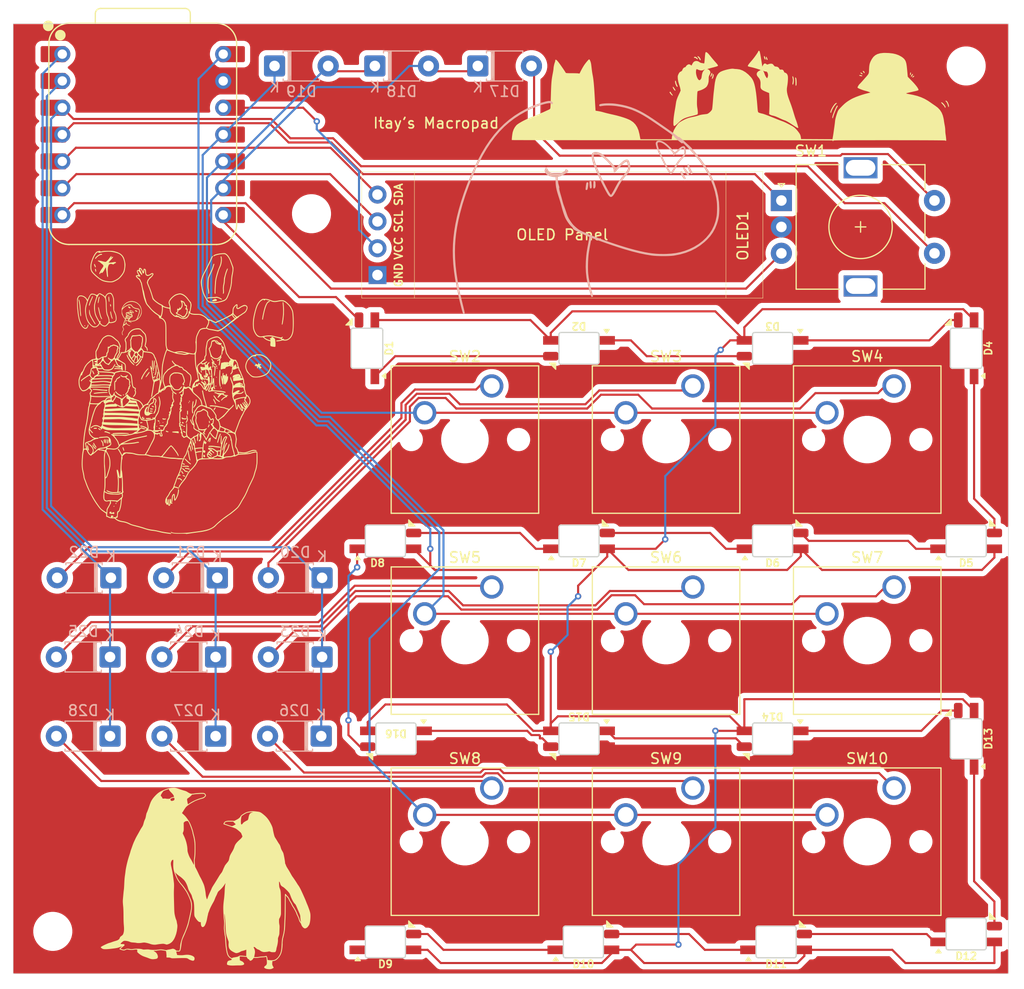
<source format=kicad_pcb>
(kicad_pcb (version 20241229) (generator "pcbnew") (generator_version "9.0")
  (layers (0 "F.Cu" signal) (2 "B.Cu" signal) (13 "F.Paste" user) (15 "B.Paste" user) (5 "F.SilkS" user "F.Silkscreen") (7 "B.SilkS" user "B.Silkscreen") (1 "F.Mask" user) (3 "B.Mask" user) (25 "Edge.Cuts" user))
  (net 0 "")
  (net 1 "GND")
  (net 2 "VCC")
  (net 3 "ROW0")
  (net 4 "EC11_S1")
  (net 5 "COL0")
  (net 6 "ROW1")
  (net 7 "LED_CNTRL")
  (net 8 "OLED_SDA")
  (net 9 "OLED_SCL")
  (net 10 "EC11_B")
  (net 11 "EC11_A")
  (net 12 "VCCQ")
  (net 13 "EC11_S2")
  (net 14 "COL2")
  (net 15 "COL1")
  (net 16 "Net-(D1-DOUT)")
  (net 17 "Net-(D2-DOUT)")
  (net 18 "Net-(D3-DOUT)")
  (net 19 "Net-(D4-DOUT)")
  (net 20 "Net-(D11-DIN)")
  (net 21 "Net-(D10-DIN)")
  (net 22 "Net-(D10-DOUT)")
  (net 23 "Net-(D13-DIN)")
  (net 24 "Net-(D14-DIN)")
  (net 25 "Net-(D15-DIN)")
  (net 26 "Net-(D20-A)")
  (net 27 "Net-(D21-A)")
  (net 28 "Net-(D22-A)")
  (net 29 "Net-(D23-A)")
  (net 30 "Net-(D24-A)")
  (net 31 "Net-(D25-A)")
  (net 32 "Net-(D26-A)")
  (net 33 "Net-(D27-A)")
  (net 34 "Net-(D28-A)")
  (net 35 "Net-(D5-DOUT)")
  (net 36 "Net-(D6-DOUT)")
  (net 37 "Net-(D7-DOUT)")
  (net 38 "Net-(D16-DIN)")
  (net 40 "Net-(D12-DIN)")
  (footprint "LOGO" (layer "F.Cu") (at 124 87.75)
    (property "Reference" "G***" (hide yes))
    (property "Value" "LOGO" (hide yes))
  )
  (footprint "Downloads:SK6812-MINI-E" (layer "F.Cu") (at 161.75 140)
    (property "Reference" "D10")
    (property "Value" "SK6812MINI" (hide yes))
    (fp_line (start -1.9 1.3) (end -1.9 -1.3) (stroke (width 0.12)) (layer "Edge.Cuts"))
    (fp_line (start -1.7 -1.5) (end 1.7 -1.5) (stroke (width 0.12)) (layer "Edge.Cuts"))
    (fp_line (start 1.7 1.5) (end -1.7 1.5) (stroke (width 0.12)) (layer "Edge.Cuts"))
    (fp_line (start 1.9 -1.3) (end 1.9 1.3) (stroke (width 0.12)) (layer "Edge.Cuts"))
    (fp_arc (start -1.9 -1.3) (mid -1.841421 -1.441421) (end -1.7 -1.5) (stroke (width 0.12)) (layer "Edge.Cuts"))
    (fp_arc (start -1.7 1.5) (mid -1.841421 1.441421) (end -1.9 1.3) (stroke (width 0.12)) (layer "Edge.Cuts"))
    (fp_arc (start 1.7 -1.5) (mid 1.841421 -1.441421) (end 1.9 -1.3) (stroke (width 0.12)) (layer "Edge.Cuts"))
    (fp_arc (start 1.9 1.3) (mid 1.841421 1.441421) (end 1.7 1.5) (stroke (width 0.12)) (layer "Edge.Cuts"))
  )
  (footprint "Downloads:SK6812-MINI-E" (layer "F.Cu") (at 179.666667 102)
    (property "Reference" "D6")
    (property "Value" "SK6812MINI" (hide yes))
    (fp_line (start -1.9 1.3) (end -1.9 -1.3) (stroke (width 0.12)) (layer "Edge.Cuts"))
    (fp_line (start -1.7 -1.5) (end 1.7 -1.5) (stroke (width 0.12)) (layer "Edge.Cuts"))
    (fp_line (start 1.7 1.5) (end -1.7 1.5) (stroke (width 0.12)) (layer "Edge.Cuts"))
    (fp_line (start 1.9 -1.3) (end 1.9 1.3) (stroke (width 0.12)) (layer "Edge.Cuts"))
    (fp_arc (start -1.9 -1.3) (mid -1.841421 -1.441421) (end -1.7 -1.5) (stroke (width 0.12)) (layer "Edge.Cuts"))
    (fp_arc (start -1.7 1.5) (mid -1.841421 1.441421) (end -1.9 1.3) (stroke (width 0.12)) (layer "Edge.Cuts"))
    (fp_arc (start 1.7 -1.5) (mid 1.841421 -1.441421) (end 1.9 -1.3) (stroke (width 0.12)) (layer "Edge.Cuts"))
    (fp_arc (start 1.9 1.3) (mid 1.841421 1.441421) (end 1.7 1.5) (stroke (width 0.12)) (layer "Edge.Cuts"))
  )
  (footprint "MountingHole:MountingHole_3.2mm_M3" (layer "F.Cu") (at 136 71)
    (property "Reference" "REF**" (hide yes))
    (property "Value" "MountingHole_3.2mm_M3" (hide yes))
  )
  (footprint "Library:SW_Cherry_MX_1.00u_PCB" (layer "F.Cu") (at 172.12 87.32)
    (property "Reference" "SW3")
    (property "Value" "SW_Push")
  )
  (footprint "Downloads:SK6812-MINI-E" (layer "F.Cu") (at 161.333333 83.75 180)
    (property "Reference" "D2")
    (property "Value" "SK6812MINI" (hide yes))
    (fp_line (start 1.9 -1.3) (end 1.9 1.3) (stroke (width 0.12)) (layer "Edge.Cuts"))
    (fp_line (start 1.7 1.5) (end -1.7 1.5) (stroke (width 0.12)) (layer "Edge.Cuts"))
    (fp_line (start -1.7 -1.5) (end 1.7 -1.5) (stroke (width 0.12)) (layer "Edge.Cuts"))
    (fp_line (start -1.9 1.3) (end -1.9 -1.3) (stroke (width 0.12)) (layer "Edge.Cuts"))
    (fp_arc (start 1.9 1.3) (mid 1.841421 1.441421) (end 1.7 1.5) (stroke (width 0.12)) (layer "Edge.Cuts"))
    (fp_arc (start 1.7 -1.5) (mid 1.841421 -1.441421) (end 1.9 -1.3) (stroke (width 0.12)) (layer "Edge.Cuts"))
    (fp_arc (start -1.7 1.5) (mid -1.841421 1.441421) (end -1.9 1.3) (stroke (width 0.12)) (layer "Edge.Cuts"))
    (fp_arc (start -1.9 -1.3) (mid -1.841421 -1.441421) (end -1.7 -1.5) (stroke (width 0.12)) (layer "Edge.Cuts"))
  )
  (footprint "Downloads:SK6812-MINI-E" (layer "F.Cu") (at 143 140)
    (property "Reference" "D9")
    (property "Value" "SK6812MINI" (hide yes))
    (fp_line (start -1.9 1.3) (end -1.9 -1.3) (stroke (width 0.12)) (layer "Edge.Cuts"))
    (fp_line (start -1.7 -1.5) (end 1.7 -1.5) (stroke (width 0.12)) (layer "Edge.Cuts"))
    (fp_line (start 1.7 1.5) (end -1.7 1.5) (stroke (width 0.12)) (layer "Edge.Cuts"))
    (fp_line (start 1.9 -1.3) (end 1.9 1.3) (stroke (width 0.12)) (layer "Edge.Cuts"))
    (fp_arc (start -1.9 -1.3) (mid -1.841421 -1.441421) (end -1.7 -1.5) (stroke (width 0.12)) (layer "Edge.Cuts"))
    (fp_arc (start -1.7 1.5) (mid -1.841421 1.441421) (end -1.9 1.3) (stroke (width 0.12)) (layer "Edge.Cuts"))
    (fp_arc (start 1.7 -1.5) (mid 1.841421 -1.441421) (end 1.9 -1.3) (stroke (width 0.12)) (layer "Edge.Cuts"))
    (fp_arc (start 1.9 1.3) (mid 1.841421 1.441421) (end 1.7 1.5) (stroke (width 0.12)) (layer "Edge.Cuts"))
  )
  (footprint "Library:SW_Cherry_MX_1.00u_PCB" (layer "F.Cu") (at 153.07 87.32)
    (property "Reference" "SW2")
    (property "Value" "SW_Push")
  )
  (footprint "Downloads:SK6812-MINI-E" (layer "F.Cu") (at 161.333333 120.75 180)
    (property "Reference" "D15")
    (property "Value" "SK6812MINI" (hide yes))
    (fp_line (start 1.9 -1.3) (end 1.9 1.3) (stroke (width 0.12)) (layer "Edge.Cuts"))
    (fp_line (start 1.7 1.5) (end -1.7 1.5) (stroke (width 0.12)) (layer "Edge.Cuts"))
    (fp_line (start -1.7 -1.5) (end 1.7 -1.5) (stroke (width 0.12)) (layer "Edge.Cuts"))
    (fp_line (start -1.9 1.3) (end -1.9 -1.3) (stroke (width 0.12)) (layer "Edge.Cuts"))
    (fp_arc (start 1.9 1.3) (mid 1.841421 1.441421) (end 1.7 1.5) (stroke (width 0.12)) (layer "Edge.Cuts"))
    (fp_arc (start 1.7 -1.5) (mid 1.841421 -1.441421) (end 1.9 -1.3) (stroke (width 0.12)) (layer "Edge.Cuts"))
    (fp_arc (start -1.7 1.5) (mid -1.841421 1.441421) (end -1.9 1.3) (stroke (width 0.12)) (layer "Edge.Cuts"))
    (fp_arc (start -1.9 -1.3) (mid -1.841421 -1.441421) (end -1.7 -1.5) (stroke (width 0.12)) (layer "Edge.Cuts"))
  )
  (footprint "Downloads:SK6812-MINI-E" (layer "F.Cu") (at 198 139.25)
    (property "Reference" "D12")
    (property "Value" "SK6812MINI" (hide yes))
    (fp_line (start -1.9 1.3) (end -1.9 -1.3) (stroke (width 0.12)) (layer "Edge.Cuts"))
    (fp_line (start -1.7 -1.5) (end 1.7 -1.5) (stroke (width 0.12)) (layer "Edge.Cuts"))
    (fp_line (start 1.7 1.5) (end -1.7 1.5) (stroke (width 0.12)) (layer "Edge.Cuts"))
    (fp_line (start 1.9 -1.3) (end 1.9 1.3) (stroke (width 0.12)) (layer "Edge.Cuts"))
    (fp_arc (start -1.9 -1.3) (mid -1.841421 -1.441421) (end -1.7 -1.5) (stroke (width 0.12)) (layer "Edge.Cuts"))
    (fp_arc (start -1.7 1.5) (mid -1.841421 1.441421) (end -1.9 1.3) (stroke (width 0.12)) (layer "Edge.Cuts"))
    (fp_arc (start 1.7 -1.5) (mid 1.841421 -1.441421) (end 1.9 -1.3) (stroke (width 0.12)) (layer "Edge.Cuts"))
    (fp_arc (start 1.9 1.3) (mid 1.841421 1.441421) (end 1.7 1.5) (stroke (width 0.12)) (layer "Edge.Cuts"))
  )
  (footprint "Downloads:SK6812-MINI-E" (layer "F.Cu") (at 179.666667 120.75 180)
    (property "Reference" "D14")
    (property "Value" "SK6812MINI" (hide yes))
    (fp_line (start 1.9 -1.3) (end 1.9 1.3) (stroke (width 0.12)) (layer "Edge.Cuts"))
    (fp_line (start 1.7 1.5) (end -1.7 1.5) (stroke (width 0.12)) (layer "Edge.Cuts"))
    (fp_line (start -1.7 -1.5) (end 1.7 -1.5) (stroke (width 0.12)) (layer "Edge.Cuts"))
    (fp_line (start -1.9 1.3) (end -1.9 -1.3) (stroke (width 0.12)) (layer "Edge.Cuts"))
    (fp_arc (start 1.9 1.3) (mid 1.841421 1.441421) (end 1.7 1.5) (stroke (width 0.12)) (layer "Edge.Cuts"))
    (fp_arc (start 1.7 -1.5) (mid 1.841421 -1.441421) (end 1.9 -1.3) (stroke (width 0.12)) (layer "Edge.Cuts"))
    (fp_arc (start -1.7 1.5) (mid -1.841421 1.441421) (end -1.9 1.3) (stroke (width 0.12)) (layer "Edge.Cuts"))
    (fp_arc (start -1.9 -1.3) (mid -1.841421 -1.441421) (end -1.7 -1.5) (stroke (width 0.12)) (layer "Edge.Cuts"))
  )
  (footprint "Library:SW_Cherry_MX_1.00u_PCB" (layer "F.Cu") (at 172.12 125.42)
    (property "Reference" "SW9")
    (property "Value" "SW_Push")
  )
  (footprint "Downloads:SK6812-MINI-E" (layer "F.Cu") (at 144 120.75 180)
    (property "Reference" "D16")
    (property "Value" "SK6812MINI" (hide yes))
    (fp_line (start 1.9 -1.3) (end 1.9 1.3) (stroke (width 0.12)) (layer "Edge.Cuts"))
    (fp_line (start 1.7 1.5) (end -1.7 1.5) (stroke (width 0.12)) (layer "Edge.Cuts"))
    (fp_line (start -1.7 -1.5) (end 1.7 -1.5) (stroke (width 0.12)) (layer "Edge.Cuts"))
    (fp_line (start -1.9 1.3) (end -1.9 -1.3) (stroke (width 0.12)) (layer "Edge.Cuts"))
    (fp_arc (start 1.9 1.3) (mid 1.841421 1.441421) (end 1.7 1.5) (stroke (width 0.12)) (layer "Edge.Cuts"))
    (fp_arc (start 1.7 -1.5) (mid 1.841421 -1.441421) (end 1.9 -1.3) (stroke (width 0.12)) (layer "Edge.Cuts"))
    (fp_arc (start -1.7 1.5) (mid -1.841421 1.441421) (end -1.9 1.3) (stroke (width 0.12)) (layer "Edge.Cuts"))
    (fp_arc (start -1.9 -1.3) (mid -1.841421 -1.441421) (end -1.7 -1.5) (stroke (width 0.12)) (layer "Edge.Cuts"))
  )
  (footprint "Downloads:SK6812-MINI-E" (layer "F.Cu") (at 179.666667 83.75 180)
    (property "Reference" "D3")
    (property "Value" "SK6812MINI" (hide yes))
    (fp_line (start 1.9 -1.3) (end 1.9 1.3) (stroke (width 0.12)) (layer "Edge.Cuts"))
    (fp_line (start 1.7 1.5) (end -1.7 1.5) (stroke (width 0.12)) (layer "Edge.Cuts"))
    (fp_line (start -1.7 -1.5) (end 1.7 -1.5) (stroke (width 0.12)) (layer "Edge.Cuts"))
    (fp_line (start -1.9 1.3) (end -1.9 -1.3) (stroke (width 0.12)) (layer "Edge.Cuts"))
    (fp_arc (start 1.9 1.3) (mid 1.841421 1.441421) (end 1.7 1.5) (stroke (width 0.12)) (layer "Edge.Cuts"))
    (fp_arc (start 1.7 -1.5) (mid 1.841421 -1.441421) (end 1.9 -1.3) (stroke (width 0.12)) (layer "Edge.Cuts"))
    (fp_arc (start -1.7 1.5) (mid -1.841421 1.441421) (end -1.9 1.3) (stroke (width 0.12)) (layer "Edge.Cuts"))
    (fp_arc (start -1.9 -1.3) (mid -1.841421 -1.441421) (end -1.7 -1.5) (stroke (width 0.12)) (layer "Edge.Cuts"))
  )
  (footprint "Downloads:SK6812-MINI-E" (layer "F.Cu") (at 141.25 83.75 90)
    (property "Reference" "D1")
    (property "Value" "SK6812MINI" (hide yes))
    (fp_line (start -1.7 -1.5) (end 1.7 -1.5) (stroke (width 0.12)) (layer "Edge.Cuts"))
    (fp_line (start 1.9 -1.3) (end 1.9 1.3) (stroke (width 0.12)) (layer "Edge.Cuts"))
    (fp_line (start -1.9 1.3) (end -1.9 -1.3) (stroke (width 0.12)) (layer "Edge.Cuts"))
    (fp_line (start 1.7 1.5) (end -1.7 1.5) (stroke (width 0.12)) (layer "Edge.Cuts"))
    (fp_arc (start 1.7 -1.5) (mid 1.841421 -1.441421) (end 1.9 -1.3) (stroke (width 0.12)) (layer "Edge.Cuts"))
    (fp_arc (start -1.9 -1.3) (mid -1.841421 -1.441421) (end -1.7 -1.5) (stroke (width 0.12)) (layer "Edge.Cuts"))
    (fp_arc (start 1.9 1.3) (mid 1.841421 1.441421) (end 1.7 1.5) (stroke (width 0.12)) (layer "Edge.Cuts"))
    (fp_arc (start -1.7 1.5) (mid -1.841421 1.441421) (end -1.9 1.3) (stroke (width 0.12)) (layer "Edge.Cuts"))
  )
  (footprint "Library:SW_Cherry_MX_1.00u_PCB" (layer "F.Cu") (at 172.12 106.37)
    (property "Reference" "SW6")
    (property "Value" "SW_Push")
  )
  (footprint "Library:SW_Cherry_MX_1.00u_PCB" (layer "F.Cu") (at 153.07 106.37)
    (property "Reference" "SW5")
    (property "Value" "SW_Push")
  )
  (footprint "Downloads:SK6812-MINI-E" (layer "F.Cu") (at 180 140)
    (property "Reference" "D11")
    (property "Value" "SK6812MINI" (hide yes))
    (fp_line (start -1.9 1.3) (end -1.9 -1.3) (stroke (width 0.12)) (layer "Edge.Cuts"))
    (fp_line (start -1.7 -1.5) (end 1.7 -1.5) (stroke (width 0.12)) (layer "Edge.Cuts"))
    (fp_line (start 1.7 1.5) (end -1.7 1.5) (stroke (width 0.12)) (layer "Edge.Cuts"))
    (fp_line (start 1.9 -1.3) (end 1.9 1.3) (stroke (width 0.12)) (layer "Edge.Cuts"))
    (fp_arc (start -1.9 -1.3) (mid -1.841421 -1.441421) (end -1.7 -1.5) (stroke (width 0.12)) (layer "Edge.Cuts"))
    (fp_arc (start -1.7 1.5) (mid -1.841421 1.441421) (end -1.9 1.3) (stroke (width 0.12)) (layer "Edge.Cuts"))
    (fp_arc (start 1.7 -1.5) (mid 1.841421 -1.441421) (end 1.9 -1.3) (stroke (width 0.12)) (layer "Edge.Cuts"))
    (fp_arc (start 1.9 1.3) (mid 1.841421 1.441421) (end 1.7 1.5) (stroke (width 0.12)) (layer "Edge.Cuts"))
  )
  (footprint "MountingHole:MountingHole_3.2mm_M3" (layer "F.Cu") (at 111.5 139)
    (property "Reference" "REF**" (hide yes))
    (property "Value" "MountingHole_3.2mm_M3" (hide yes))
  )
  (footprint "Library:SW_Cherry_MX_1.00u_PCB" (layer "F.Cu") (at 153.07 125.42)
    (property "Reference" "SW8")
    (property "Value" "SW_Push")
  )
  (footprint "Library:SW_Cherry_MX_1.00u_PCB" (layer "F.Cu") (at 191.17 106.37)
    (property "Reference" "SW7")
    (property "Value" "SW_Push")
  )
  (footprint "LOGO" (layer "F.Cu") (at 175.5 60)
    (property "Reference" "G***" (hide yes))
    (property "Value" "LOGO" (hide yes))
  )
  (footprint "Library:SW_Cherry_MX_1.00u_PCB" (layer "F.Cu") (at 191.17 87.32)
    (property "Reference" "SW4")
    (property "Value" "SW_Push")
  )
  (footprint "Downloads:SK6812-MINI-E" (layer "F.Cu") (at 198 120.75 90)
    (property "Reference" "D13")
    (property "Value" "SK6812MINI" (hide yes))
    (fp_line (start -1.7 -1.5) (end 1.7 -1.5) (stroke (width 0.12)) (layer "Edge.Cuts"))
    (fp_line (start 1.9 -1.3) (end 1.9 1.3) (stroke (width 0.12)) (layer "Edge.Cuts"))
    (fp_line (start -1.9 1.3) (end -1.9 -1.3) (stroke (width 0.12)) (layer "Edge.Cuts"))
    (fp_line (start 1.7 1.5) (end -1.7 1.5) (stroke (width 0.12)) (layer "Edge.Cuts"))
    (fp_arc (start 1.7 -1.5) (mid 1.841421 -1.441421) (end 1.9 -1.3) (stroke (width 0.12)) (layer "Edge.Cuts"))
    (fp_arc (start -1.9 -1.3) (mid -1.841421 -1.441421) (end -1.7 -1.5) (stroke (width 0.12)) (layer "Edge.Cuts"))
    (fp_arc (start 1.9 1.3) (mid 1.841421 1.441421) (end 1.7 1.5) (stroke (width 0.12)) (layer "Edge.Cuts"))
    (fp_arc (start -1.7 1.5) (mid -1.841421 1.441421) (end -1.9 1.3) (stroke (width 0.12)) (layer "Edge.Cuts"))
  )
  (footprint "Downloads:SK6812-MINI-E" (layer "F.Cu") (at 198 102)
    (property "Reference" "D5")
    (property "Value" "SK6812MINI" (hide yes))
    (fp_line (start -1.9 1.3) (end -1.9 -1.3) (stroke (width 0.12)) (layer "Edge.Cuts"))
    (fp_line (start -1.7 -1.5) (end 1.7 -1.5) (stroke (width 0.12)) (layer "Edge.Cuts"))
    (fp_line (start 1.7 1.5) (end -1.7 1.5) (stroke (width 0.12)) (layer "Edge.Cuts"))
    (fp_line (start 1.9 -1.3) (end 1.9 1.3) (stroke (width 0.12)) (layer "Edge.Cuts"))
    (fp_arc (start -1.9 -1.3) (mid -1.841421 -1.441421) (end -1.7 -1.5) (stroke (width 0.12)) (layer "Edge.Cuts"))
    (fp_arc (start -1.7 1.5) (mid -1.841421 1.441421) (end -1.9 1.3) (stroke (width 0.12)) (layer "Edge.Cuts"))
    (fp_arc (start 1.7 -1.5) (mid 1.841421 -1.441421) (end 1.9 -1.3) (stroke (width 0.12)) (layer "Edge.Cuts"))
    (fp_arc (start 1.9 1.3) (mid 1.841421 1.441421) (end 1.7 1.5) (stroke (width 0.12)) (layer "Edge.Cuts"))
  )
  (footprint "Library:SW_Cherry_MX_1.00u_PCB" (layer "F.Cu") (at 191.17 125.42)
    (property "Reference" "SW10")
    (property "Value" "SW_Push")
  )
  (footprint "Downloads:SSD1306-0.91-OLED-4pin-128x32" (layer "F.Cu") (at 178.75 79 180)
    (property "Reference" "OLED1")
    (property "Value" "~" (hide yes))
  )
  (footprint "Downloads:SK6812-MINI-E" (layer "F.Cu") (at 143 102)
    (property "Reference" "D8")
    (property "Value" "SK6812MINI" (hide yes))
    (fp_line (start -1.9 1.3) (end -1.9 -1.3) (stroke (width 0.12)) (layer "Edge.Cuts"))
    (fp_line (start -1.7 -1.5) (end 1.7 -1.5) (stroke (width 0.12)) (layer "Edge.Cuts"))
    (fp_line (start 1.7 1.5) (end -1.7 1.5) (stroke (width 0.12)) (layer "Edge.Cuts"))
    (fp_line (start 1.9 -1.3) (end 1.9 1.3) (stroke (width 0.12)) (layer "Edge.Cuts"))
    (fp_arc (start -1.9 -1.3) (mid -1.841421 -1.441421) (end -1.7 -1.5) (stroke (width 0.12)) (layer "Edge.Cuts"))
    (fp_arc (start -1.7 1.5) (mid -1.841421 1.441421) (end -1.9 1.3) (stroke (width 0.12)) (layer "Edge.Cuts"))
    (fp_arc (start 1.7 -1.5) (mid 1.841421 -1.441421) (end 1.9 -1.3) (stroke (width 0.12)) (layer "Edge.Cuts"))
    (fp_arc (start 1.9 1.3) (mid 1.841421 1.441421) (end 1.7 1.5) (stroke (width 0.12)) (layer "Edge.Cuts"))
  )
  (footprint "OPL:XIAO-RP2040-DIP" (layer "F.Cu") (at 120.02 63.5)
    (property "Reference" "U1" (hide yes))
    (property "Value" "XIAO-RP2040-DIP")
  )
  (footprint "MountingHole:MountingHole_3.2mm_M3" (layer "F.Cu") (at 198 57)
    (property "Reference" "REF**" (hide yes))
    (property "Value" "MountingHole_3.2mm_M3" (hide yes))
  )
  (footprint "Downloads:SK6812-MINI-E" (layer "F.Cu") (at 161.333333 102)
    (property "Reference" "D7")
    (property "Value" "SK6812MINI" (hide yes))
    (fp_line (start -1.9 1.3) (end -1.9 -1.3) (stroke (width 0.12)) (layer "Edge.Cuts"))
    (fp_line (start -1.7 -1.5) (end 1.7 -1.5) (stroke (width 0.12)) (layer "Edge.Cuts"))
    (fp_line (start 1.7 1.5) (end -1.7 1.5) (stroke (width 0.12)) (layer "Edge.Cuts"))
    (fp_line (start 1.9 -1.3) (end 1.9 1.3) (stroke (width 0.12)) (layer "Edge.Cuts"))
    (fp_arc (start -1.9 -1.3) (mid -1.841421 -1.441421) (end -1.7 -1.5) (stroke (width 0.12)) (layer "Edge.Cuts"))
    (fp_arc (start -1.7 1.5) (mid -1.841421 1.441421) (end -1.9 1.3) (stroke (width 0.12)) (layer "Edge.Cuts"))
    (fp_arc (start 1.7 -1.5) (mid 1.841421 -1.441421) (end 1.9 -1.3) (stroke (width 0.12)) (layer "Edge.Cuts"))
    (fp_arc (start 1.9 1.3) (mid 1.841421 1.441421) (end 1.7 1.5) (stroke (width 0.12)) (layer "Edge.Cuts"))
  )
  (footprint "LOGO" (layer "F.Cu") (at 125.5 134)
    (property "Reference" "G***" (hide yes))
    (property "Value" "LOGO" (hide yes))
  )
  (footprint "Downloads:SK6812-MINI-E" (layer "F.Cu") (at 198 83.75 90)
    (property "Reference" "D4")
    (property "Value" "SK6812MINI" (hide yes))
    (fp_line (start -1.7 -1.5) (end 1.7 -1.5) (stroke (width 0.12)) (layer "Edge.Cuts"))
    (fp_line (start 1.9 -1.3) (end 1.9 1.3) (stroke (width 0.12)) (layer "Edge.Cuts"))
    (fp_line (start -1.9 1.3) (end -1.9 -1.3) (stroke (width 0.12)) (layer "Edge.Cuts"))
    (fp_line (start 1.7 1.5) (end -1.7 1.5) (stroke (width 0.12)) (layer "Edge.Cuts"))
    (fp_arc (start 1.7 -1.5) (mid 1.841421 -1.441421) (end 1.9 -1.3) (stroke (width 0.12)) (layer "Edge.Cuts"))
    (fp_arc (start -1.9 -1.3) (mid -1.841421 -1.441421) (end -1.7 -1.5) (stroke (width 0.12)) (layer "Edge.Cuts"))
    (fp_arc (start 1.9 1.3) (mid 1.841421 1.441421) (end 1.7 1.5) (stroke (width 0.12)) (layer "Edge.Cuts"))
    (fp_arc (start -1.7 1.5) (mid -1.841421 1.441421) (end -1.9 1.3) (stroke (width 0.12)) (layer "Edge.Cuts"))
  )
  (footprint "Rotary_Encoder:RotaryEncoder_Alps_EC11E-Switch_Vertical_H20mm" (layer "F.Cu") (at 180.5 69.75)
    (property "Reference" "SW1")
    (property "Value" "RotaryEncoder")
  )
  (footprint "Diode_THT:D_T-1_P5.08mm_Horizontal" (layer "B.Cu") (at 117 105.5 180)
    (property "Reference" "D22")
    (property "Value" "D_Small")
  )
  (footprint "Diode_THT:D_T-1_P5.08mm_Horizontal" (layer "B.Cu") (at 137 113 180)
    (property "Reference" "D23")
    (property "Value" "D_Small")
  )
  (footprint "LOGO" (layer "B.Cu") (at 164.403209 74.402326 180)
    (property "Reference" "G***" (hide yes))
    (property "Value" "LOGO" (hide yes))
  )
  (footprint "Diode_THT:D_T-1_P5.08mm_Horizontal" (layer "B.Cu") (at 136.92 120.5 180)
    (property "Reference" "D26")
    (property "Value" "D_Small")
  )
  (footprint "Diode_THT:D_T-1_P5.08mm_Horizontal" (layer "B.Cu") (at 137 105.5 180)
    (property "Reference" "D20")
    (property "Value" "D_Small")
  )
  (footprint "Diode_THT:D_T-1_P5.08mm_Horizontal" (layer "B.Cu") (at 132.5 57)
    (property "Reference" "D19")
    (property "Value" "D_Small")
  )
  (footprint "Diode_THT:D_T-1_P5.08mm_Horizontal" (layer "B.Cu") (at 126.92 113 180)
    (property "Reference" "D24")
    (property "Value" "D_Small")
  )
  (footprint "Diode_THT:D_T-1_P5.08mm_Horizontal" (layer "B.Cu") (at 151.75 57)
    (property "Reference" "D17")
    (property "Value" "D_Small")
  )
  (footprint "Diode_THT:D_T-1_P5.08mm_Horizontal" (layer "B.Cu") (at 142 57)
    (property "Reference" "D18")
    (property "Value" "D_Small")
  )
  (footprint "Diode_THT:D_T-1_P5.08mm_Horizontal" (layer "B.Cu") (at 126.92 120.5 180)
    (property "Reference" "D27")
    (property "Value" "D_Small")
  )
  (footprint "Diode_THT:D_T-1_P5.08mm_Horizontal" (layer "B.Cu") (at 116.92 120.5 180)
    (property "Reference" "D28")
    (property "Value" "D_Small")
  )
  (footprint "Diode_THT:D_T-1_P5.08mm_Horizontal" (layer "B.Cu") (at 116.92 113 180)
    (property "Reference" "D25")
    (property "Value" "D_Small")
  )
  (footprint "Diode_THT:D_T-1_P5.08mm_Horizontal" (layer "B.Cu") (at 127.08 105.5 180)
    (property "Reference" "D21")
    (property "Value" "D_Small")
  )
  (gr_rect (start 107.75 53) (end 202 143) (stroke (width 0.05)) (fill no) (layer "Edge.Cuts"))
  (gr_text "Itay's Macropad" (at 141.75 63 0) (layer "F.SilkS") (effects (font (size 1 1)) (justify left bottom)))
  (segment (start 140.325 86.425) (end 140.5 86.425) (width 0.2) (layer "F.Cu") (net 1))
  (segment (start 157 120) (end 158.658333 120) (width 0.2) (layer "F.Cu") (net 2))
  (segment (start 166.008333 104.75) (end 181.049374 104.75) (width 0.2) (layer "F.Cu") (net 2))
  (segment (start 182.675 141.325) (end 182 142) (width 0.2) (layer "F.Cu") (net 2))
  (segment (start 159.327847 118.622852) (end 175.614519 118.622852) (width 0.2) (layer "F.Cu") (net 2))
  (segment (start 176.991667 81.758333) (end 176.991667 83) (width 0.2) (layer "F.Cu") (net 2))
  (segment (start 184.341667 104.75) (end 199.5 104.75) (width 0.2) (layer "F.Cu") (net 2))
  (segment (start 174.75 83.9) (end 175.65 83) (width 0.2) (layer "F.Cu") (net 2))
  (segment (start 174.25 120) (end 176.991667 120) (width 0.2) (layer "F.Cu") (net 2))
  (segment (start 162.75 104.75) (end 164.008333 103.491667) (width 0.2) (layer "F.Cu") (net 2))
  (segment (start 167.5 142) (end 166.25 140.75) (width 0.2) (layer "F.Cu") (net 2))
  (segment (start 178.701 80.049) (end 176.991667 81.758333) (width 0.2) (layer "F.Cu") (net 2))
  (segment (start 145.675 140.75) (end 147 140.75) (width 0.2) (layer "F.Cu") (net 2))
  (segment (start 158.658333 120) (end 158.658333 119.292366) (width 0.2) (layer "F.Cu") (net 2))
  (segment (start 182.341667 103.457707) (end 182.341667 102.75) (width 0.2) (layer "F.Cu") (net 2))
  (segment (start 164.425 140.75) (end 164.425 141.075) (width 0.2) (layer "F.Cu") (net 2))
  (segment (start 176.991667 120) (end 176.991667 117.008333) (width 0.2) (layer "F.Cu") (net 2))
  (segment (start 176.991667 83) (end 174.241667 80.25) (width 0.2) (layer "F.Cu") (net 2))
  (segment (start 168.6 102.75) (end 169.5 101.85) (width 0.2) (layer "F.Cu") (net 2))
  (segment (start 164.008333 103.491667) (end 164.008333 102.75) (width 0.2) (layer "F.Cu") (net 2))
  (segment (start 141.325 120) (end 141.325 119.175) (width 0.2) (layer "F.Cu") (net 2))
  (segment (start 142 81.075) (end 156.733333 81.075) (width 0.2) (layer "F.Cu") (net 2))
  (segment (start 164.008333 102.75) (end 168.6 102.75) (width 0.2) (layer "F.Cu") (net 2))
  (segment (start 181.049374 104.75) (end 182.341667 103.457707) (width 0.2) (layer "F.Cu") (net 2))
  (segment (start 148.25 142) (end 163.5 142) (width 0.2) (layer "F.Cu") (net 2))
  (segment (start 182.675 140.75) (end 182.675 141.325) (width 0.2) (layer "F.Cu") (net 2))
  (segment (start 182.675 140.75) (end 191 140.75) (width 0.2) (layer "F.Cu") (net 2))
  (segment (start 192.25 142) (end 200.675 142) (width 0.2) (layer "F.Cu") (net 2))
  (segment (start 174.241667 80.25) (end 160.700626 80.25) (width 0.2) (layer "F.Cu") (net 2))
  (segment (start 166.75 140.25) (end 166.25 140.75) (width 0.2) (layer "F.Cu") (net 2))
  (segment (start 145.675 102.75) (end 147.5875 104.6625) (width 0.2) (layer "F.Cu") (net 2))
  (segment (start 161.25 107.25) (end 161.25 106.25) (width 0.2) (layer "F.Cu") (net 2))
  (segment (start 191 140.75) (end 192.25 142) (width 0.2) (layer "F.Cu") (net 2))
  (segment (start 170.75 140.25) (end 166.75 140.25) (width 0.2) (layer "F.Cu") (net 2))
  (segment (start 197.724 80.049) (end 178.701 80.049) (width 0.2) (layer "F.Cu") (net 2))
  (segment (start 147.25 102.75) (end 147.25 104.325) (width 0.2) (layer "F.Cu") (net 2))
  (segment (start 176.991667 117.008333) (end 177 117) (width 0.2) (layer "F.Cu") (net 2))
  (segment (start 147 140.75) (end 148.25 142) (width 0.2) (layer "F.Cu") (net 2))
  (segment (start 158.658333 82.292293) (end 158.658333 83) (width 0.2) (layer "F.Cu") (net 2))
  (segment (start 177 117) (end 197.675 117) (width 0.2) (layer "F.Cu") (net 2))
  (segment (start 182 142) (end 167.5 142) (width 0.2) (layer "F.Cu") (net 2))
  (segment (start 147.5875 104.6625) (end 147.675 104.75) (width 0.2) (layer "F.Cu") (net 2))
  (segment (start 200.675 142) (end 200.675 140) (width 0.2) (layer "F.Cu") (net 2))
  (segment (start 197.675 117) (end 198.75 118.075) (width 0.2) (layer "F.Cu") (net 2))
  (segment (start 161.25 106.25) (end 162.75 104.75) (width 0.2) (layer "F.Cu") (net 2))
  (segment (start 141.325 119.175) (end 143 117.5) (width 0.2) (layer "F.Cu") (net 2))
  (segment (start 182.341667 102.75) (end 184.341667 104.75) (width 0.2) (layer "F.Cu") (net 2))
  (segment (start 158.658333 119.292366) (end 159.327847 118.622852) (width 0.2) (layer "F.Cu") (net 2))
  (segment (start 158.658333 112.5) (end 158.658333 120) (width 0.2) (layer "F.Cu") (net 2))
  (segment (start 160.700626 80.25) (end 158.658333 82.292293) (width 0.2) (layer "F.Cu") (net 2))
  (segment (start 199.5 104.75) (end 200.675 103.575) (width 0.2) (layer "F.Cu") (net 2))
  (segment (start 154.5 117.5) (end 157 120) (width 0.2) (layer "F.Cu") (net 2))
  (segment (start 147.25 104.325) (end 147.5875 104.6625) (width 0.2) (layer "F.Cu") (net 2))
  (segment (start 164.008333 102.75) (end 166.008333 104.75) (width 0.2) (layer "F.Cu") (net 2))
  (segment (start 143 117.5) (end 154.5 117.5) (width 0.2) (layer "F.Cu") (net 2))
  (segment (start 200.675 103.575) (end 200.675 102.75) (width 0.2) (layer "F.Cu") (net 2))
  (segment (start 175.65 83) (end 176.991667 83) (width 0.2) (layer "F.Cu") (net 2))
  (segment (start 164.425 140.75) (end 166.25 140.75) (width 0.2) (layer "F.Cu") (net 2))
  (segment (start 156.733333 81.075) (end 158.658333 83) (width 0.2) (layer "F.Cu") (net 2))
  (segment (start 147.675 104.75) (end 162.75 104.75) (width 0.2) (layer "F.Cu") (net 2))
  (segment (start 164.425 141.075) (end 163.5 142) (width 0.2) (layer "F.Cu") (net 2))
  (segment (start 175.614519 118.622852) (end 176.991667 120) (width 0.2) (layer "F.Cu") (net 2))
  (segment (start 198.75 81.075) (end 197.724 80.049) (width 0.2) (layer "F.Cu") (net 2))
  (via (at 161.25 107.25) (size 0.6) (drill 0.3) (layers "F.Cu" "B.Cu") (net 2))
  (via (at 169.5 101.85) (size 0.6) (drill 0.3) (layers "F.Cu" "B.Cu") (net 2))
  (via (at 174.25 120) (size 0.6) (drill 0.3) (layers "F.Cu" "B.Cu") (net 2))
  (via (at 158.658333 112.5) (size 0.6) (drill 0.3) (layers "F.Cu" "B.Cu") (net 2))
  (via (at 170.75 140.25) (size 0.6) (drill 0.3) (layers "F.Cu" "B.Cu") (net 2))
  (via (at 147.25 102.75) (size 0.6) (drill 0.3) (layers "F.Cu" "B.Cu") (net 2))
  (via (at 174.75 83.9) (size 0.6) (drill 0.3) (layers "F.Cu" "B.Cu") (net 2))
  (segment (start 158.658333 112.5) (end 160.25 110.908333) (width 0.2) (layer "B.Cu") (net 2))
  (segment (start 127.64 55.88) (end 125.297 58.223) (width 0.2) (layer "B.Cu") (net 2))
  (segment (start 137.4288 91.063) (end 147.25 100.8842) (width 0.2) (layer "B.Cu") (net 2))
  (segment (start 169.5 95.86153) (end 174.25 91.11153) (width 0.2) (layer "B.Cu") (net 2))
  (segment (start 169.5 101.85) (end 169.5 95.86153) (width 0.2) (layer "B.Cu") (net 2))
  (segment (start 147.25 100.8842) (end 147.25 102.75) (width 0.2) (layer "B.Cu") (net 2))
  (segment (start 174.25 84.4) (end 174.75 83.9) (width 0.2) (layer "B.Cu") (net 2))
  (segment (start 125.297 79.8983) (end 136.4617 91.063) (width 0.2) (layer "B.Cu") (net 2))
  (segment (start 174.25 129.154816) (end 170.75 132.654816) (width 0.2) (layer "B.Cu") (net 2))
  (segment (start 174.25 129.154816) (end 174.25 120) (width 0.2) (layer "B.Cu") (net 2))
  (segment (start 136.4617 91.063) (end 137.4288 91.063) (width 0.2) (layer "B.Cu") (net 2))
  (segment (start 125.297 58.223) (end 125.297 79.8983) (width 0.2) (layer "B.Cu") (net 2))
  (segment (start 174.25 91.11153) (end 174.25 84.4) (width 0.2) (layer "B.Cu") (net 2))
  (segment (start 160.25 108.25) (end 161.25 107.25) (width 0.2) (layer "B.Cu") (net 2))
  (segment (start 170.75 132.654816) (end 170.75 140.25) (width 0.2) (layer "B.Cu") (net 2))
  (segment (start 160.25 110.908333) (end 160.25 108.25) (width 0.2) (layer "B.Cu") (net 2))
  (segment (start 116.92 120.5) (end 116.92 113) (width 0.2) (layer "B.Cu") (net 3))
  (segment (start 117 105.5) (end 110.535 99.035) (width 0.2) (layer "B.Cu") (net 3))
  (segment (start 110.535 57.745) (end 112.4 55.88) (width 0.2) (layer "B.Cu") (net 3))
  (segment (start 110.535 99.035) (end 110.535 57.745) (width 0.2) (layer "B.Cu") (net 3))
  (segment (start 116.92 113) (end 116.92 105.58) (width 0.2) (layer "B.Cu") (net 3))
  (segment (start 190.25 70) (end 186.5 70) (width 0.2) (layer "F.Cu") (net 4))
  (segment (start 195 74.75) (end 190.25 70) (width 0.2) (layer "F.Cu") (net 4))
  (segment (start 132.173057 62.023) (end 113.463 62.023) (width 0.2) (layer "F.Cu") (net 4))
  (segment (start 138.0452 63.851) (end 134.001057 63.851) (width 0.2) (layer "F.Cu") (net 4))
  (segment (start 113.463 62.023) (end 112.4 60.96) (width 0.2) (layer "F.Cu") (net 4))
  (segment (start 183 66.5) (end 140.6942 66.5) (width 0.2) (layer "F.Cu") (net 4))
  (segment (start 186.5 70) (end 183 66.5) (width 0.2) (layer "F.Cu") (net 4))
  (segment (start 134.001057 63.851) (end 132.173057 62.023) (width 0.2) (layer "F.Cu") (net 4))
  (segment (start 140.6942 66.5) (end 138.0452 63.851) (width 0.2) (layer "F.Cu") (net 4))
  (segment (start 111.337 98.7028) (end 111.337 62.023) (width 0.2) (layer "B.Cu") (net 4))
  (segment (start 136.75 105.5) (end 133.849 102.599) (width 0.2) (layer "B.Cu") (net 4))
  (segment (start 137 105.5) (end 136.75 105.5) (width 0.2) (layer "B.Cu") (net 4))
  (segment (start 133.849 102.599) (end 115.2332 102.599) (width 0.2) (layer "B.Cu") (net 4))
  (segment (start 137 113) (end 137 105.5) (width 0.2) (layer "B.Cu") (net 4))
  (segment (start 115.2332 102.599) (end 111.337 98.7028) (width 0.2) (layer "B.Cu") (net 4))
  (segment (start 136.92 120.5) (end 136.92 113.08) (width 0.2) (layer "B.Cu") (net 4))
  (segment (start 111.337 62.023) (end 112.4 60.96) (width 0.2) (layer "B.Cu") (net 4))
  (segment (start 165.77 127.96) (end 146.72 127.96) (width 0.2) (layer "F.Cu") (net 5))
  (segment (start 184.82 127.96) (end 165.77 127.96) (width 0.2) (layer "F.Cu") (net 5))
  (segment (start 132.5 57) (end 132.5 58.64) (width 0.2) (layer "B.Cu") (net 5))
  (segment (start 148.099 101.1661) (end 137.5949 90.662) (width 0.2) (layer "B.Cu") (net 5))
  (segment (start 146.72 127.96) (end 141.5 122.74) (width 0.2) (layer "B.Cu") (net 5))
  (segment (start 125.698 65.442) (end 127.64 63.5) (width 0.2) (layer "B.Cu") (net 5))
  (segment (start 141.5 122.74) (end 141.5 111.25) (width 0.2) (layer "B.Cu") (net 5))
  (segment (start 132.5 58.64) (end 127.64 63.5) (width 0.2) (layer "B.Cu") (net 5))
  (segment (start 125.698 79.7322) (end 125.698 65.442) (width 0.2) (layer "B.Cu") (net 5))
  (segment (start 141.5 111.25) (end 148.099 104.651) (width 0.2) (layer "B.Cu") (net 5))
  (segment (start 136.6278 90.662) (end 125.698 79.7322) (width 0.2) (layer "B.Cu") (net 5))
  (segment (start 148.099 104.651) (end 148.099 101.1661) (width 0.2) (layer "B.Cu") (net 5))
  (segment (start 137.5949 90.662) (end 136.6278 90.662) (width 0.2) (layer "B.Cu") (net 5))
  (segment (start 124.58 103) (end 115.0671 103) (width 0.2) (layer "B.Cu") (net 6))
  (segment (start 110.936 59.884) (end 112.4 58.42) (width 0.2) (layer "B.Cu") (net 6))
  (segment (start 110.936 98.8689) (end 110.936 59.884) (width 0.2) (layer "B.Cu") (net 6))
  (segment (start 115.0671 103) (end 110.936 98.8689) (width 0.2) (layer "B.Cu") (net 6))
  (segment (start 126.92 120.5) (end 126.92 113) (width 0.2) (layer "B.Cu") (net 6))
  (segment (start 126.92 113) (end 126.92 105.66) (width 0.2) (layer "B.Cu") (net 6))
  (segment (start 127.08 105.5) (end 124.58 103) (width 0.2) (layer "B.Cu") (net 6))
  (segment (start 140.5 81.075) (end 138.323 78.898) (width 0.2) (layer "F.Cu") (net 7))
  (segment (start 127.64 71.7071) (end 127.64 71.12) (width 0.2) (layer "F.Cu") (net 7))
  (segment (start 134.8309 78.898) (end 127.64 71.7071) (width 0.2) (layer "F.Cu") (net 7))
  (segment (start 138.323 78.898) (end 134.8309 78.898) (width 0.2) (layer "F.Cu") (net 7))
  (segment (start 142.25 69.19) (end 137.81 64.75) (width 0.2) (layer "F.Cu") (net 8))
  (segment (start 137.81 64.75) (end 113.69 64.75) (width 0.2) (layer "F.Cu") (net 8))
  (segment (start 113.69 64.75) (end 112.4 66.04) (width 0.2) (layer "F.Cu") (net 8))
  (segment (start 113.73 67.25) (end 112.4 68.58) (width 0.2) (layer "F.Cu") (net 9))
  (segment (start 137.77 67.25) (end 113.73 67.25) (width 0.2) (layer "F.Cu") (net 9))
  (segment (start 142.25 71.73) (end 137.77 67.25) (width 0.2) (layer "F.Cu") (net 9))
  (segment (start 129.75 70) (end 113.52 70) (width 0.2) (layer "F.Cu") (net 10))
  (segment (start 177.154 78.096) (end 137.846 78.096) (width 0.2) (layer "F.Cu") (net 10))
  (segment (start 180.5 74.75) (end 177.154 78.096) (width 0.2) (layer "F.Cu") (net 10))
  (segment (start 137.846 78.096) (end 129.75 70) (width 0.2) (layer "F.Cu") (net 10))
  (segment (start 113.52 70) (end 112.4 71.12) (width 0.2) (layer "F.Cu") (net 10))
  (segment (start 140.8771 67.25) (end 137.8791 64.252) (width 0.2) (layer "F.Cu") (net 11))
  (segment (start 132.006957 62.424) (end 113.476 62.424) (width 0.2) (layer "F.Cu") (net 11))
  (segment (start 178 67.25) (end 140.8771 67.25) (width 0.2) (layer "F.Cu") (net 11))
  (segment (start 180.5 69.75) (end 178 67.25) (width 0.2) (layer "F.Cu") (net 11))
  (segment (start 133.834957 64.252) (end 132.006957 62.424) (width 0.2) (layer "F.Cu") (net 11))
  (segment (start 137.8791 64.252) (end 133.834957 64.252) (width 0.2) (layer "F.Cu") (net 11))
  (segment (start 113.476 62.424) (end 112.4 63.5) (width 0.2) (layer "F.Cu") (net 11))
  (segment (start 135.21 60.96) (end 127.64 60.96) (width 0.2) (layer "F.Cu") (net 12))
  (segment (start 136.5 62.25) (end 135.21 60.96) (width 0.2) (layer "F.Cu") (net 12))
  (via (at 136.5 62.25) (size 0.6) (drill 0.3) (layers "F.Cu" "B.Cu") (net 12))
  (segment (start 140.5 72.52) (end 142.25 74.27) (width 0.2) (layer "B.Cu") (net 12))
  (segment (start 136.5 62.25) (end 136.5 63) (width 0.2) (layer "B.Cu") (net 12))
  (segment (start 140.5 67) (end 140.5 72.52) (width 0.2) (layer "B.Cu") (net 12))
  (segment (start 136.5 63) (end 140.5 67) (width 0.2) (layer "B.Cu") (net 12))
  (segment (start 157.08 63.08) (end 157.08 57.5) (width 0.2) (layer "F.Cu") (net 13))
  (segment (start 195 69.75) (end 190.599 65.349) (width 0.2) (layer "F.Cu") (net 13))
  (segment (start 186.099 65.5) (end 159.5 65.5) (width 0.2) (layer "F.Cu") (net 13))
  (segment (start 186.25 65.349) (end 186.099 65.5) (width 0.2) (layer "F.Cu") (net 13))
  (segment (start 159.5 65.5) (end 157.08 63.08) (width 0.2) (layer "F.Cu") (net 13))
  (segment (start 190.599 65.349) (end 186.25 65.349) (width 0.2) (layer "F.Cu") (net 13))
  (segment (start 151.5 57.5) (end 147.33 57.5) (width 0.2) (layer "F.Cu") (net 14))
  (segment (start 184.82 89.86) (end 165.77 89.86) (width 0.2) (layer "F.Cu") (net 14))
  (segment (start 165.77 89.86) (end 146.72 89.86) (width 0.2) (layer "F.Cu") (net 14))
  (segment (start 126.5 69.72) (end 127.64 68.58) (width 0.2) (layer "B.Cu") (net 14))
  (segment (start 136.5 59) (end 127.64 67.86) (width 0.2) (layer "B.Cu") (net 14))
  (segment (start 147.08 57) (end 145.25 57) (width 0.2) (layer "B.Cu") (net 14))
  (segment (start 145.25 57) (end 143.25 59) (width 0.2) (layer "B.Cu") (net 14))
  (segment (start 146.72 89.86) (end 136.96 89.86) (width 0.2) (layer "B.Cu") (net 14))
  (segment (start 127.64 67.86) (end 127.64 68.58) (width 0.2) (layer "B.Cu") (net 14))
  (segment (start 126.5 79.4) (end 126.5 69.72) (width 0.2) (layer "B.Cu") (net 14))
  (segment (start 136.96 89.86) (end 126.5 79.4) (width 0.2) (layer "B.Cu") (net 14))
  (segment (start 143.25 59) (end 136.5 59) (width 0.2) (layer "B.Cu") (net 14))
  (segment (start 165.77 108.91) (end 146.72 108.91) (width 0.2) (layer "F.Cu") (net 15))
  (segment (start 184.82 108.91) (end 165.77 108.91) (width 0.2) (layer "F.Cu") (net 15))
  (segment (start 141.75 57.5) (end 138.08 57.5) (width 0.2) (layer "F.Cu") (net 15))
  (segment (start 136.7939 90.261) (end 126.099 79.5661) (width 0.2) (layer "B.Cu") (net 15))
  (segment (start 137.761 90.261) (end 136.7939 90.261) (width 0.2) (layer "B.Cu") (net 15))
  (segment (start 126.099 67.581) (end 127.64 66.04) (width 0.2) (layer "B.Cu") (net 15))
  (segment (start 146.72 108.91) (end 148.5 107.13) (width 0.2) (layer "B.Cu") (net 15))
  (segment (start 137.58 57) (end 128.54 66.04) (width 0.2) (layer "B.Cu") (net 15))
  (segment (start 128.54 66.04) (end 127.64 66.04) (width 0.2) (layer "B.Cu") (net 15))
  (segment (start 148.5 101) (end 137.761 90.261) (width 0.2) (layer "B.Cu") (net 15))
  (segment (start 148.5 107.13) (end 148.5 101) (width 0.2) (layer "B.Cu") (net 15))
  (segment (start 126.099 79.5661) (end 126.099 67.581) (width 0.2) (layer "B.Cu") (net 15))
  (segment (start 142.076 86.349) (end 143.925 84.5) (width 0.2) (layer "F.Cu") (net 16))
  (segment (start 143.925 84.5) (end 158.658333 84.5) (width 0.2) (layer "F.Cu") (net 16))
  (segment (start 164.008333 83) (end 166.25 83) (width 0.2) (layer "F.Cu") (net 17))
  (segment (start 167.75 84.5) (end 176.991667 84.5) (width 0.2) (layer "F.Cu") (net 17))
  (segment (start 166.25 83) (end 167.75 84.5) (width 0.2) (layer "F.Cu") (net 17))
  (segment (start 182.341667 83) (end 194.5 83) (width 0.2) (layer "F.Cu") (net 18))
  (segment (start 194.5 83) (end 196.425 81.075) (width 0.2) (layer "F.Cu") (net 18))
  (segment (start 196.425 81.075) (end 197.25 81.075) (width 0.2) (layer "F.Cu") (net 18))
  (segment (start 198.75 86.425) (end 198.75 98) (width 0.2) (layer "F.Cu") (net 19))
  (segment (start 198.75 98) (end 200.675 99.925) (width 0.2) (layer "F.Cu") (net 19))
  (segment (start 200.675 99.925) (end 200.675 101.25) (width 0.2) (layer "F.Cu") (net 19))
  (segment (start 182.675 139.25) (end 194.26 139.25) (width 0.2) (layer "F.Cu") (net 20))
  (segment (start 194.26 139.25) (end 195.01 140) (width 0.2) (layer "F.Cu") (net 20))
  (segment (start 177.325 140.75) (end 173.25 140.75) (width 0.2) (layer "F.Cu") (net 21))
  (segment (start 171.75 139.25) (end 164.425 139.25) (width 0.2) (layer "F.Cu") (net 21))
  (segment (start 173.25 140.75) (end 171.75 139.25) (width 0.2) (layer "F.Cu") (net 21))
  (segment (start 148.5 140.75) (end 147 139.25) (width 0.2) (layer "F.Cu") (net 22))
  (segment (start 159.075 140.75) (end 148.5 140.75) (width 0.2) (layer "F.Cu") (net 22))
  (segment (start 147 139.25) (end 145.675 139.25) (width 0.2) (layer "F.Cu") (net 22))
  (segment (start 193.75 120) (end 195.675 118.075) (width 0.2) (layer "F.Cu") (net 23))
  (segment (start 195.675 118.075) (end 197.25 118.075) (width 0.2) (layer "F.Cu") (net 23))
  (segment (start 182.341667 120) (end 193.75 120) (width 0.2) (layer "F.Cu") (net 23))
  (segment (start 164.008333 120) (end 164.719333 120.711) (width 0.2) (layer "F.Cu") (net 24))
  (segment (start 176.202667 120.711) (end 176.991667 121.5) (width 0.2) (layer "F.Cu") (net 24))
  (segment (start 164.719333 120.711) (end 176.202667 120.711) (width 0.2) (layer "F.Cu") (net 24))
  (segment (start 146.675 120) (end 156.4329 120) (width 0.2) (layer "F.Cu") (net 25))
  (segment (start 156.8339 120.401) (end 157.559333 120.401) (width 0.2) (layer "F.Cu") (net 25))
  (segment (start 157.869333 120.711) (end 158.658333 121.5) (width 0.2) (layer "F.Cu") (net 25))
  (segment (start 157.632333 120.711) (end 157.869333 120.711) (width 0.2) (layer "F.Cu") (net 25))
  (segment (start 157.559333 120.401) (end 157.632333 120.474) (width 0.2) (layer "F.Cu") (net 25))
  (segment (start 157.632333 120.474) (end 157.632333 120.711) (width 0.2) (layer "F.Cu") (net 25))
  (segment (start 156.4329 120) (end 156.8339 120.401) (width 0.2) (layer "F.Cu") (net 25))
  (segment (start 163.4161 88.151) (end 162.1081 89.459) (width 0.2) (layer "F.Cu") (net 26))
  (segment (start 182.265343 89.459) (end 168.25 89.459) (width 0.2) (layer "F.Cu") (net 26))
  (segment (start 168.25 89.459) (end 166.942 88.151) (width 0.2) (layer "F.Cu") (net 26))
  (segment (start 183.724343 88) (end 182.265343 89.459) (width 0.2) (layer "F.Cu") (net 26))
  (segment (start 162.1081 89.459) (end 149.709 89.459) (width 0.2) (layer "F.Cu") (net 26))
  (segment (start 149.709 89.459) (end 148.709 88.459) (width 0.2) (layer "F.Cu") (net 26))
  (segment (start 131.92 104.08) (end 131.92 105.5) (width 0.2) (layer "F.Cu") (net 26))
  (segment (start 189.64847 88) (end 183.724343 88) (width 0.2) (layer "F.Cu") (net 26))
  (segment (start 145.319 90.681) (end 131.92 104.08) (width 0.2) (layer "F.Cu") (net 26))
  (segment (start 148.709 88.459) (end 146.139686 88.459) (width 0.2) (layer "F.Cu") (net 26))
  (segment (start 166.942 88.151) (end 163.4161 88.151) (width 0.2) (layer "F.Cu") (net 26))
  (segment (start 190.32847 87.32) (end 189.64847 88) (width 0.2) (layer "F.Cu") (net 26))
  (segment (start 145.319 89.279686) (end 145.319 90.681) (width 0.2) (layer "F.Cu") (net 26))
  (segment (start 146.139686 88.459) (end 145.319 89.279686) (width 0.2) (layer "F.Cu") (net 26))
  (segment (start 124.5 103) (end 122 105.5) (width 0.2) (layer "F.Cu") (net 27))
  (segment (start 132.4329 103) (end 124.5 103) (width 0.2) (layer "F.Cu") (net 27))
  (segment (start 145.973586 88.058) (end 144.918 89.113586) (width 0.2) (layer "F.Cu") (net 27))
  (segment (start 144.918 89.113586) (end 144.918 90.5149) (width 0.2) (layer "F.Cu") (net 27))
  (segment (start 149.058 88.058) (end 145.973586 88.058) (width 0.2) (layer "F.Cu") (net 27))
  (segment (start 144.918 90.5149) (end 132.4329 103) (width 0.2) (layer "F.Cu") (net 27))
  (segment (start 150.058 89.058) (end 149.058 88.058) (width 0.2) (layer "F.Cu") (net 27))
  (segment (start 161.942 89.058) (end 150.058 89.058) (width 0.2) (layer "F.Cu") (net 27))
  (segment (start 171.69 87.75) (end 163.25 87.75) (width 0.2) (layer "F.Cu") (net 27))
  (segment (start 163.25 87.75) (end 161.942 89.058) (width 0.2) (layer "F.Cu") (net 27))
  (segment (start 114.901 102.599) (end 112 105.5) (width 0.2) (layer "F.Cu") (net 28))
  (segment (start 132.2668 102.599) (end 114.901 102.599) (width 0.2) (layer "F.Cu") (net 28))
  (segment (start 144.517 88.947486) (end 144.517 90.3488) (width 0.2) (layer "F.Cu") (net 28))
  (segment (start 151.593 87.657) (end 145.807486 87.657) (width 0.2) (layer "F.Cu") (net 28))
  (segment (start 152.5 86.75) (end 151.593 87.657) (width 0.2) (layer "F.Cu") (net 28))
  (segment (start 144.517 90.3488) (end 132.2668 102.599) (width 0.2) (layer "F.Cu") (net 28))
  (segment (start 145.807486 87.657) (end 144.517 88.947486) (width 0.2) (layer "F.Cu") (net 28))
  (segment (start 148.9329 107.25) (end 140.23094 107.25) (width 0.2) (layer "F.Cu") (net 29))
  (segment (start 181.499343 108) (end 167.5 108) (width 0.2) (layer "F.Cu") (net 29))
  (segment (start 140.23094 107.25) (end 136.98094 110.5) (width 0.2) (layer "F.Cu") (net 29))
  (segment (start 166.651 107.151) (end 164.4161 107.151) (width 0.2) (layer "F.Cu") (net 29))
  (segment (start 182.249343 107.25) (end 181.499343 108) (width 0.2) (layer "F.Cu") (net 29))
  (segment (start 134.42 110.5) (end 131.92 113) (width 0.2) (layer "F.Cu") (net 29))
  (segment (start 167.5 108) (end 166.651 107.151) (width 0.2) (layer "F.Cu") (net 29))
  (segment (start 189.44847 107.25) (end 182.249343 107.25) (width 0.2) (layer "F.Cu") (net 29))
  (segment (start 190.32847 106.37) (end 189.44847 107.25) (width 0.2) (layer "F.Cu") (net 29))
  (segment (start 150.1919 108.509) (end 148.9329 107.25) (width 0.2) (layer "F.Cu") (net 29))
  (segment (start 136.98094 110.5) (end 134.42 110.5) (width 0.2) (layer "F.Cu") (net 29))
  (segment (start 164.4161 107.151) (end 163.0581 108.509) (width 0.2) (layer "F.Cu") (net 29))
  (segment (start 163.0581 108.509) (end 150.1919 108.509) (width 0.2) (layer "F.Cu") (net 29))
  (segment (start 164.25 106.75) (end 162.892 108.108) (width 0.2) (layer "F.Cu") (net 30))
  (segment (start 150.358 108.108) (end 149 106.75) (width 0.2) (layer "F.Cu") (net 30))
  (segment (start 136.81484 110.099) (end 124.741 110.099) (width 0.2) (layer "F.Cu") (net 30))
  (segment (start 140.16384 106.75) (end 136.81484 110.099) (width 0.2) (layer "F.Cu") (net 30))
  (segment (start 171.74 106.75) (end 164.25 106.75) (width 0.2) (layer "F.Cu") (net 30))
  (segment (start 149 106.75) (end 140.16384 106.75) (width 0.2) (layer "F.Cu") (net 30))
  (segment (start 162.892 108.108) (end 150.358 108.108) (width 0.2) (layer "F.Cu") (net 30))
  (segment (start 124.741 110.099) (end 121.84 113) (width 0.2) (layer "F.Cu") (net 30))
  (segment (start 140.09674 106.25) (end 136.64874 109.698) (width 0.2) (layer "F.Cu") (net 31))
  (segment (start 115.142 109.698) (end 111.84 113) (width 0.2) (layer "F.Cu") (net 31))
  (segment (start 136.64874 109.698) (end 115.142 109.698) (width 0.2) (layer "F.Cu") (net 31))
  (segment (start 152.95 106.25) (end 140.09674 106.25) (width 0.2) (layer "F.Cu") (net 31))
  (segment (start 135.288 123.948) (end 131.84 120.5) (width 0.2) (layer "F.Cu") (net 32))
  (segment (start 151.993586 123.948) (end 135.288 123.948) (width 0.2) (layer "F.Cu") (net 32))
  (segment (start 191.17 125.42) (end 189.75 124) (width 0.2) (layer "F.Cu") (net 32))
  (segment (start 154.198414 124) (end 153.816414 123.618) (width 0.2) (layer "F.Cu") (net 32))
  (segment (start 153.816414 123.618) (end 152.323586 123.618) (width 0.2) (layer "F.Cu") (net 32))
  (segment (start 189.75 124) (end 154.198414 124) (width 0.2) (layer "F.Cu") (net 32))
  (segment (start 152.323586 123.618) (end 151.993586 123.948) (width 0.2) (layer "F.Cu") (net 32))
  (segment (start 152.159686 124.349) (end 125.689 124.349) (width 0.2) (layer "F.Cu") (net 33))
  (segment (start 171.45 124.75) (end 154.381314 124.75) (width 0.2) (layer "F.Cu") (net 33))
  (segment (start 153.650314 124.019) (end 152.489686 124.019) (width 0.2) (layer "F.Cu") (net 33))
  (segment (start 154.381314 124.75) (end 153.650314 124.019) (width 0.2) (layer "F.Cu") (net 33))
  (segment (start 125.689 124.349) (end 121.84 120.5) (width 0.2) (layer "F.Cu") (net 33))
  (segment (start 152.489686 124.019) (end 152.159686 124.349) (width 0.2) (layer "F.Cu") (net 33))
  (segment (start 152.4 124.75) (end 116.09 124.75) (width 0.2) (layer "F.Cu") (net 34))
  (segment (start 116.09 124.75) (end 111.84 120.5) (width 0.2) (layer "F.Cu") (net 34))
  (segment (start 192.5 102) (end 183.091667 102) (width 0.2) (layer "F.Cu") (net 35))
  (segment (start 193.25 102.75) (end 192.5 102) (width 0.2) (layer "F.Cu") (net 35))
  (segment (start 195.325 102.75) (end 193.25 102.75) (width 0.2) (layer "F.Cu") (net 35))
  (segment (start 183.091667 102) (end 182.341667 101.25) (width 0.2) (layer "F.Cu") (net 35))
  (segment (start 173.75 101.25) (end 164.008333 101.25) (width 0.2) (layer "F.Cu") (net 36))
  (segment (start 175.25 102.75) (end 173.75 101.25) (width 0.2) (layer "F.Cu") (net 36))
  (segment (start 176.991667 102.75) (end 175.25 102.75) (width 0.2) (layer "F.Cu") (net 36))
  (segment (start 155.75 101.25) (end 145.675 101.25) (width 0.2) (layer "F.Cu") (net 37))
  (segment (start 157.25 102.75) (end 155.75 101.25) (width 0.2) (layer "F.Cu") (net 37))
  (segment (start 158.658333 102.75) (end 157.25 102.75) (width 0.2) (layer "F.Cu") (net 37))
  (segment (start 139.5 120.4) (end 140.6 121.5) (width 0.2) (layer "F.Cu") (net 38))
  (segment (start 139.5 119) (end 139.5 120.4) (width 0.2) (layer "F.Cu") (net 38))
  (segment (start 140.325 104.5) (end 140.325 102.75) (width 0.2) (layer "F.Cu") (net 38))
  (segment (start 140.6 121.5) (end 141.325 121.5) (width 0.2) (layer "F.Cu") (net 38))
  (via (at 140.325 104.5) (size 0.6) (drill 0.3) (layers "F.Cu" "B.Cu") (net 38))
  (via (at 139.5 119) (size 0.6) (drill 0.3) (layers "F.Cu" "B.Cu") (net 38))
  (segment (start 140.325 104.5) (end 139.5 105.325) (width 0.2) (layer "B.Cu") (net 38))
  (segment (start 139.5 105.325) (end 139.5 119) (width 0.2) (layer "B.Cu") (net 38))
  (segment (start 198.75 123.425) (end 198.75 134.25) (width 0.2) (layer "F.Cu") (net 40))
  (segment (start 198.75 134.25) (end 200.675 136.175) (width 0.2) (layer "F.Cu") (net 40))
  (segment (start 200.675 136.175) (end 200.675 138.5) (width 0.2) (layer "F.Cu") (net 40))
  (zone (net 1) (net_name "GND") (layer "F.Cu") (connect_pads yes (clearance 0.5)) (min_thickness 0.25) (fill yes (thermal_gap 0.5) (thermal_bridge_width 0.5) (smoothing fillet))
    (polygon (pts (xy 203.5 52.5) (xy 106.5 50.75) (xy 106.5 144.5) (xy 203.25 144.25)))
  )
)
</source>
